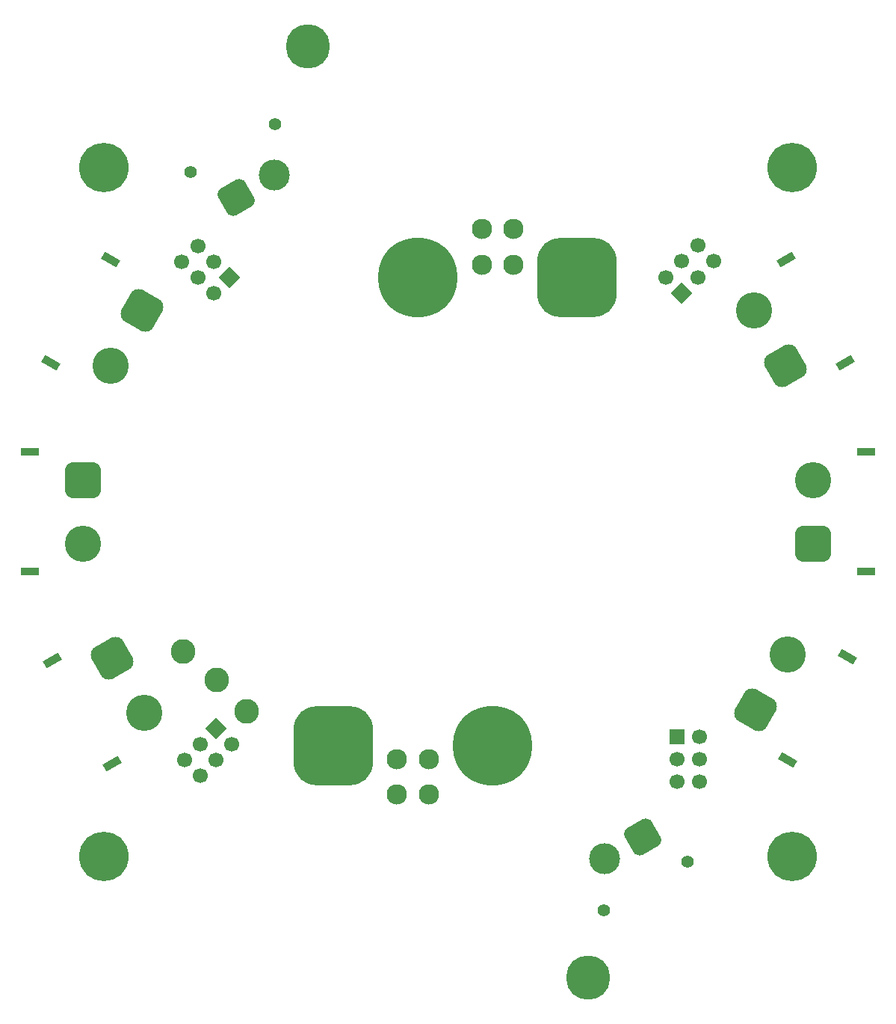
<source format=gbs>
%TF.GenerationSoftware,KiCad,Pcbnew,9.0.7*%
%TF.CreationDate,2026-02-05T13:48:51-05:00*%
%TF.ProjectId,PDB,5044422e-6b69-4636-9164-5f7063625858,rev?*%
%TF.SameCoordinates,Original*%
%TF.FileFunction,Soldermask,Bot*%
%TF.FilePolarity,Negative*%
%FSLAX46Y46*%
G04 Gerber Fmt 4.6, Leading zero omitted, Abs format (unit mm)*
G04 Created by KiCad (PCBNEW 9.0.7) date 2026-02-05 13:48:51*
%MOMM*%
%LPD*%
G01*
G04 APERTURE LIST*
G04 Aperture macros list*
%AMRoundRect*
0 Rectangle with rounded corners*
0 $1 Rounding radius*
0 $2 $3 $4 $5 $6 $7 $8 $9 X,Y pos of 4 corners*
0 Add a 4 corners polygon primitive as box body*
4,1,4,$2,$3,$4,$5,$6,$7,$8,$9,$2,$3,0*
0 Add four circle primitives for the rounded corners*
1,1,$1+$1,$2,$3*
1,1,$1+$1,$4,$5*
1,1,$1+$1,$6,$7*
1,1,$1+$1,$8,$9*
0 Add four rect primitives between the rounded corners*
20,1,$1+$1,$2,$3,$4,$5,0*
20,1,$1+$1,$4,$5,$6,$7,0*
20,1,$1+$1,$6,$7,$8,$9,0*
20,1,$1+$1,$8,$9,$2,$3,0*%
%AMRotRect*
0 Rectangle, with rotation*
0 The origin of the aperture is its center*
0 $1 length*
0 $2 width*
0 $3 Rotation angle, in degrees counterclockwise*
0 Add horizontal line*
21,1,$1,$2,0,0,$3*%
G04 Aperture macros list end*
%ADD10RotRect,0.900000X2.000000X120.000000*%
%ADD11RoundRect,1.025000X1.400176X-0.375176X0.375176X1.400176X-1.400176X0.375176X-0.375176X-1.400176X0*%
%ADD12C,4.100000*%
%ADD13RotRect,0.900000X2.000000X60.000000*%
%ADD14RoundRect,1.025000X0.375176X-1.400176X1.400176X0.375176X-0.375176X1.400176X-1.400176X-0.375176X0*%
%ADD15R,2.000000X0.900000*%
%ADD16RoundRect,1.025000X1.025000X-1.025000X1.025000X1.025000X-1.025000X1.025000X-1.025000X-1.025000X0*%
%ADD17RotRect,0.900000X2.000000X300.000000*%
%ADD18RoundRect,1.025000X-1.400176X0.375176X-0.375176X-1.400176X1.400176X-0.375176X0.375176X1.400176X0*%
%ADD19RotRect,0.900000X2.000000X240.000000*%
%ADD20RoundRect,1.025000X-0.375176X1.400176X-1.400176X-0.375176X0.375176X-1.400176X1.400176X0.375176X0*%
%ADD21RoundRect,1.025000X-1.025000X1.025000X-1.025000X-1.025000X1.025000X-1.025000X1.025000X1.025000X0*%
%ADD22RoundRect,2.700000X1.800000X1.800000X-1.800000X1.800000X-1.800000X-1.800000X1.800000X-1.800000X0*%
%ADD23C,9.000000*%
%ADD24C,2.300000*%
%ADD25RoundRect,2.700000X-1.800000X-1.800000X1.800000X-1.800000X1.800000X1.800000X-1.800000X1.800000X0*%
%ADD26RotRect,1.700000X1.700000X315.000000*%
%ADD27C,1.700000*%
%ADD28C,5.600000*%
%ADD29C,5.000000*%
%ADD30C,2.800000*%
%ADD31C,1.400000*%
%ADD32RoundRect,0.770000X0.358705X1.338705X-1.338705X0.358705X-0.358705X-1.338705X1.338705X-0.358705X0*%
%ADD33C,3.500000*%
%ADD34RotRect,1.700000X1.700000X135.000000*%
%ADD35RotRect,1.700000X1.700000X225.000000*%
%ADD36R,1.700000X1.700000*%
%ADD37RoundRect,0.770000X-0.358705X-1.338705X1.338705X-0.358705X0.358705X1.338705X-1.338705X0.358705X0*%
G04 APERTURE END LIST*
D10*
%TO.C,J6*%
X125737917Y-126120672D03*
X118987917Y-114429329D03*
D11*
X125759069Y-114157309D03*
D12*
X129359069Y-120392692D03*
%TD*%
D13*
%TO.C,J7*%
X118787917Y-80770672D03*
X125537917Y-69079329D03*
D14*
X129159069Y-74807309D03*
D12*
X125559069Y-81042692D03*
%TD*%
D15*
%TO.C,J5*%
X116450000Y-104350000D03*
X116450000Y-90850000D03*
D16*
X122450000Y-94000000D03*
D12*
X122450000Y-101200000D03*
%TD*%
D17*
%TO.C,J10*%
X202062083Y-69079329D03*
X208812083Y-80770672D03*
D18*
X202040931Y-81042692D03*
D12*
X198440931Y-74807309D03*
%TD*%
D19*
%TO.C,J12*%
X209012083Y-114029329D03*
X202262083Y-125720672D03*
D20*
X198640931Y-119992692D03*
D12*
X202240931Y-113757309D03*
%TD*%
D15*
%TO.C,J11*%
X211150000Y-90850000D03*
X211150000Y-104350000D03*
D21*
X205150000Y-101200000D03*
D12*
X205150000Y-94000000D03*
%TD*%
D22*
%TO.C,J13*%
X150800000Y-124075000D03*
D23*
X168800000Y-124075000D03*
D24*
X161600000Y-129575000D03*
X161600000Y-125575000D03*
X158000000Y-129575000D03*
X158000000Y-125575000D03*
%TD*%
D25*
%TO.C,J14*%
X178400000Y-71125000D03*
D23*
X160400000Y-71125000D03*
D24*
X167600000Y-65625000D03*
X167600000Y-69625000D03*
X171200000Y-65625000D03*
X171200000Y-69625000D03*
%TD*%
D26*
%TO.C,J2*%
X137522587Y-122102587D03*
D27*
X139318638Y-123898638D03*
X135726536Y-123898638D03*
X137522587Y-125694689D03*
X133930485Y-125694689D03*
X135726536Y-127490741D03*
%TD*%
D28*
%TO.C,H6*%
X202772587Y-136602587D03*
%TD*%
D29*
%TO.C,H1*%
X147917333Y-44897413D03*
%TD*%
D30*
%TO.C,BATT*%
X137600000Y-116600000D03*
%TD*%
D28*
%TO.C,H2*%
X124772587Y-136602587D03*
%TD*%
D30*
%TO.C,GND*%
X133800000Y-113400000D03*
%TD*%
D31*
%TO.C,J8*%
X190953758Y-137211571D03*
X181427479Y-142711571D03*
D32*
X185855682Y-134381444D03*
D33*
X181525555Y-136881444D03*
%TD*%
D34*
%TO.C,J3*%
X190272587Y-72852587D03*
D27*
X188476536Y-71056536D03*
X192068638Y-71056536D03*
X190272587Y-69260485D03*
X193864689Y-69260485D03*
X192068638Y-67464433D03*
%TD*%
D28*
%TO.C,H4*%
X124772587Y-58602587D03*
%TD*%
D29*
%TO.C,H3*%
X179642333Y-150322413D03*
%TD*%
D30*
%TO.C,5V*%
X141000000Y-120200000D03*
%TD*%
D35*
%TO.C,J1*%
X139022587Y-71102587D03*
D27*
X137226536Y-72898638D03*
X137226536Y-69306536D03*
X135430485Y-71102587D03*
X135430485Y-67510485D03*
X133634433Y-69306536D03*
%TD*%
D36*
%TO.C,J4*%
X189772587Y-123102587D03*
D27*
X192312587Y-123102587D03*
X189772587Y-125642587D03*
X192312587Y-125642587D03*
X189772587Y-128182587D03*
X192312587Y-128182587D03*
%TD*%
D28*
%TO.C,H5*%
X202772587Y-58602587D03*
%TD*%
D31*
%TO.C,J9*%
X134646242Y-59188430D03*
X144172521Y-53688430D03*
D37*
X139744318Y-62018557D03*
D33*
X144074445Y-59518557D03*
%TD*%
M02*

</source>
